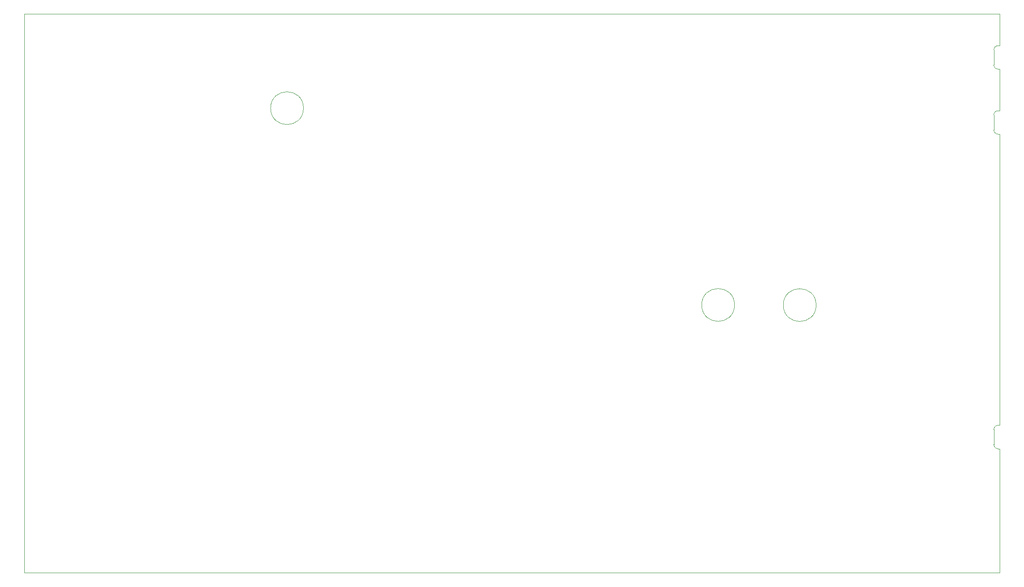
<source format=gko>
G04*
G04 #@! TF.GenerationSoftware,Altium Limited,Altium Designer,24.4.1 (13)*
G04*
G04 Layer_Color=16711935*
%FSLAX26Y26*%
%MOIN*%
G70*
G04*
G04 #@! TF.SameCoordinates,3F108B2F-3CCF-4823-96B3-378CED877835*
G04*
G04*
G04 #@! TF.FilePolarity,Positive*
G04*
G01*
G75*
%ADD146C,0.001968*%
D146*
X7437008Y3900099D02*
G03*
X7469489Y3867618I32480J0D01*
G01*
X7437008Y3401083D02*
G03*
X7469489Y3368602I32480J0D01*
G01*
Y1133366D02*
G03*
X7437008Y1100886I0J-32480D01*
G01*
X7469489Y3548720D02*
G03*
X7437008Y3516240I0J-32480D01*
G01*
Y985728D02*
G03*
X7469489Y953248I32480J0D01*
G01*
Y4047736D02*
G03*
X7437008Y4015256I0J-32480D01*
G01*
X6073837Y2056137D02*
G03*
X6073837Y2056137I-125887J0D01*
G01*
X5447738Y2057087D02*
G03*
X5447738Y2057087I-125887J0D01*
G01*
X2140115Y3567850D02*
G03*
X2140115Y3567850I-125887J0D01*
G01*
X7437008Y3514764D02*
Y3516240D01*
X0Y0D02*
X7480315D01*
X7437008Y3514764D02*
X7437008Y3401083D01*
X0Y0D02*
X0Y4291339D01*
X7469489Y4047736D02*
X7480315D01*
X7469489Y3548720D02*
X7480315D01*
X0Y4291339D02*
X7480315D01*
X7469489Y3867618D02*
X7480315D01*
X7437008Y985728D02*
Y1100886D01*
X7480315Y4047736D02*
Y4291339D01*
Y3548720D02*
Y3867618D01*
X7437008Y3900099D02*
Y4015256D01*
X7469489Y1133366D02*
X7480315D01*
X7469489Y953248D02*
X7480315D01*
X7480315Y3368602D02*
X7480315Y1133366D01*
X7480315Y0D02*
Y953248D01*
X7469489Y3368602D02*
X7480315D01*
M02*

</source>
